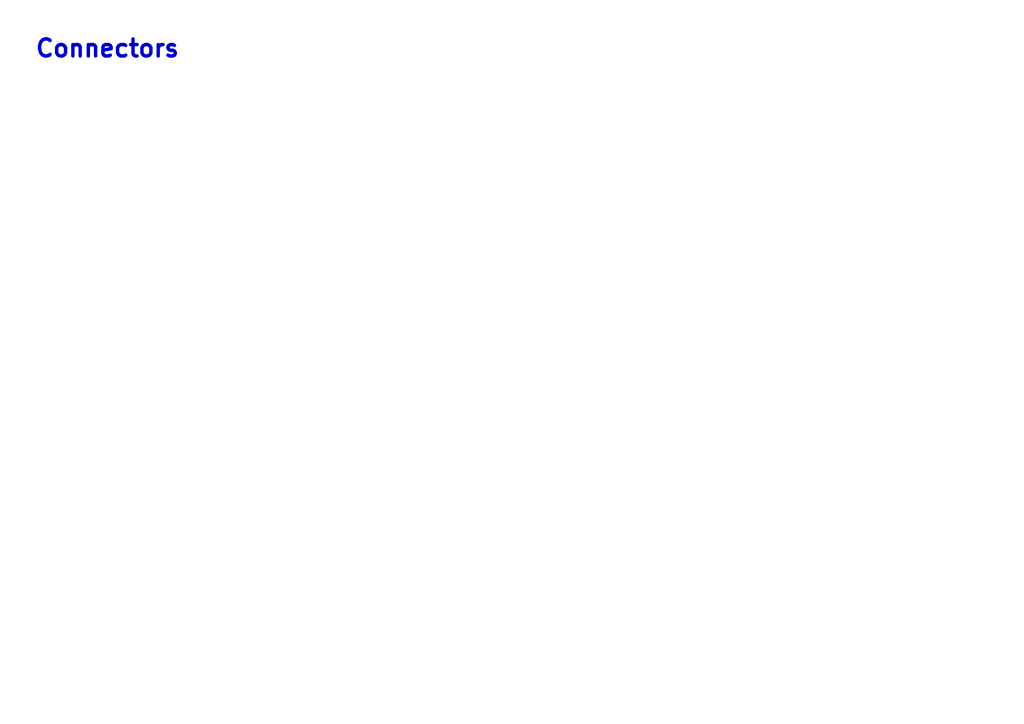
<source format=kicad_sch>
(kicad_sch (version 20230121) (generator eeschema)
  (paper "A3")
  (lib_symbols)
  (text "Connectors" (at 13.97 24.13 0) (effects (font (size 7 7) (thickness 1.4) bold) (justify left bottom)))
)
</source>
